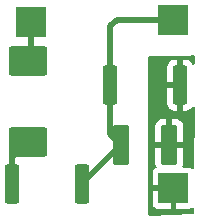
<source format=gbr>
%TF.GenerationSoftware,KiCad,Pcbnew,7.0.8*%
%TF.CreationDate,2023-12-15T10:12:50-05:00*%
%TF.ProjectId,g1 crymax lite,67312063-7279-46d6-9178-206c6974652e,rev?*%
%TF.SameCoordinates,Original*%
%TF.FileFunction,Copper,L1,Top*%
%TF.FilePolarity,Positive*%
%FSLAX46Y46*%
G04 Gerber Fmt 4.6, Leading zero omitted, Abs format (unit mm)*
G04 Created by KiCad (PCBNEW 7.0.8) date 2023-12-15 10:12:50*
%MOMM*%
%LPD*%
G01*
G04 APERTURE LIST*
G04 Aperture macros list*
%AMRoundRect*
0 Rectangle with rounded corners*
0 $1 Rounding radius*
0 $2 $3 $4 $5 $6 $7 $8 $9 X,Y pos of 4 corners*
0 Add a 4 corners polygon primitive as box body*
4,1,4,$2,$3,$4,$5,$6,$7,$8,$9,$2,$3,0*
0 Add four circle primitives for the rounded corners*
1,1,$1+$1,$2,$3*
1,1,$1+$1,$4,$5*
1,1,$1+$1,$6,$7*
1,1,$1+$1,$8,$9*
0 Add four rect primitives between the rounded corners*
20,1,$1+$1,$2,$3,$4,$5,0*
20,1,$1+$1,$4,$5,$6,$7,0*
20,1,$1+$1,$6,$7,$8,$9,0*
20,1,$1+$1,$8,$9,$2,$3,0*%
G04 Aperture macros list end*
%TA.AperFunction,SMDPad,CuDef*%
%ADD10RoundRect,0.250000X-0.362500X-1.425000X0.362500X-1.425000X0.362500X1.425000X-0.362500X1.425000X0*%
%TD*%
%TA.AperFunction,SMDPad,CuDef*%
%ADD11RoundRect,0.249999X0.450001X1.450001X-0.450001X1.450001X-0.450001X-1.450001X0.450001X-1.450001X0*%
%TD*%
%TA.AperFunction,SMDPad,CuDef*%
%ADD12RoundRect,0.250000X-1.400000X-1.000000X1.400000X-1.000000X1.400000X1.000000X-1.400000X1.000000X0*%
%TD*%
%TA.AperFunction,SMDPad,CuDef*%
%ADD13R,2.500000X2.500000*%
%TD*%
%TA.AperFunction,Conductor*%
%ADD14C,0.500000*%
%TD*%
G04 APERTURE END LIST*
D10*
%TO.P,R3,2*%
%TO.N,GND*%
X37236500Y-19468800D03*
%TO.P,R3,1*%
%TO.N,Net-(C1-Pad2)*%
X31311500Y-19468800D03*
%TD*%
D11*
%TO.P,C1,1*%
%TO.N,GND*%
X36306000Y-24498000D03*
%TO.P,C1,2*%
%TO.N,Net-(C1-Pad2)*%
X32206000Y-24498000D03*
%TD*%
D10*
%TO.P,R4,2*%
%TO.N,Net-(C1-Pad2)*%
X28922000Y-27800000D03*
%TO.P,R4,1*%
%TO.N,Net-(D1-A)*%
X22997000Y-27800000D03*
%TD*%
D12*
%TO.P,D1,1,K*%
%TO.N,Net-(D1-K)*%
X24350000Y-17440400D03*
%TO.P,D1,2,A*%
%TO.N,Net-(D1-A)*%
X24350000Y-24240400D03*
%TD*%
D13*
%TO.P,VNEG,1,1*%
%TO.N,Net-(D1-K)*%
X24604000Y-14134800D03*
%TD*%
%TO.P,GND,1,1*%
%TO.N,GND*%
X36661600Y-28206400D03*
%TD*%
%TO.P,G1,1,1*%
%TO.N,Net-(C1-Pad2)*%
X36661600Y-13931600D03*
%TD*%
D14*
%TO.N,Net-(C1-Pad2)*%
X31311500Y-19468800D02*
X31311500Y-14488500D01*
X31311500Y-14488500D02*
X31868400Y-13931600D01*
X31868400Y-13931600D02*
X36661600Y-13931600D01*
%TO.N,Net-(D1-A)*%
X23029200Y-27767800D02*
X22997000Y-27800000D01*
X24350000Y-24240400D02*
X23029200Y-25561200D01*
X23029200Y-25561200D02*
X23029200Y-27767800D01*
%TO.N,Net-(C1-Pad2)*%
X31309600Y-19470700D02*
X31311500Y-19468800D01*
X31309600Y-23601600D02*
X31309600Y-19470700D01*
X28922000Y-27782000D02*
X32206000Y-24498000D01*
X32206000Y-24498000D02*
X31309600Y-23601600D01*
X28922000Y-27800000D02*
X28922000Y-27782000D01*
%TO.N,Net-(D1-K)*%
X24604000Y-14134800D02*
X24604000Y-17440400D01*
%TD*%
%TA.AperFunction,Conductor*%
%TO.N,GND*%
G36*
X38414939Y-16948485D02*
G01*
X38460694Y-17001289D01*
X38471900Y-17052800D01*
X38471900Y-17061300D01*
X38469903Y-17590347D01*
X38449966Y-17657312D01*
X38396989Y-17702867D01*
X38327794Y-17712549D01*
X38264348Y-17683285D01*
X38240365Y-17654976D01*
X38191315Y-17575454D01*
X38067345Y-17451484D01*
X37918124Y-17359443D01*
X37918119Y-17359441D01*
X37751697Y-17304294D01*
X37751690Y-17304293D01*
X37648986Y-17293800D01*
X37486500Y-17293800D01*
X37486500Y-21643799D01*
X37648972Y-21643799D01*
X37648986Y-21643798D01*
X37751697Y-21633305D01*
X37918119Y-21578158D01*
X37918124Y-21578156D01*
X38067345Y-21486115D01*
X38191316Y-21362144D01*
X38226096Y-21305756D01*
X38278044Y-21259030D01*
X38347006Y-21247807D01*
X38411089Y-21275650D01*
X38449946Y-21333718D01*
X38455635Y-21371319D01*
X38436367Y-26477406D01*
X38416430Y-26544371D01*
X38363453Y-26589926D01*
X38294258Y-26599608D01*
X38238057Y-26576205D01*
X38153688Y-26513046D01*
X38153686Y-26513045D01*
X38018979Y-26462803D01*
X38018972Y-26462801D01*
X37959444Y-26456400D01*
X37545786Y-26456400D01*
X37478747Y-26436715D01*
X37432992Y-26383911D01*
X37423048Y-26314753D01*
X37437847Y-26273922D01*
X37437305Y-26273670D01*
X37440152Y-26267563D01*
X37440246Y-26267305D01*
X37440355Y-26267126D01*
X37440359Y-26267119D01*
X37495505Y-26100697D01*
X37505999Y-25997986D01*
X37506000Y-25997973D01*
X37506000Y-24748000D01*
X35106001Y-24748000D01*
X35106001Y-25997986D01*
X35116494Y-26100696D01*
X35116494Y-26100698D01*
X35171640Y-26267119D01*
X35171642Y-26267124D01*
X35215941Y-26338943D01*
X35234381Y-26406336D01*
X35213458Y-26472999D01*
X35176142Y-26507105D01*
X35176611Y-26507731D01*
X35170240Y-26512499D01*
X35169839Y-26512867D01*
X35169510Y-26513046D01*
X35054412Y-26599209D01*
X35054409Y-26599212D01*
X34968249Y-26714306D01*
X34968245Y-26714313D01*
X34918003Y-26849020D01*
X34918001Y-26849027D01*
X34911600Y-26908555D01*
X34911600Y-27956400D01*
X36787600Y-27956400D01*
X36854639Y-27976085D01*
X36900394Y-28028889D01*
X36911600Y-28080400D01*
X36911600Y-29956400D01*
X37959428Y-29956400D01*
X37959444Y-29956399D01*
X38018972Y-29949998D01*
X38018979Y-29949996D01*
X38153686Y-29899754D01*
X38153693Y-29899750D01*
X38224968Y-29846394D01*
X38290432Y-29821976D01*
X38358705Y-29836827D01*
X38408111Y-29886232D01*
X38423278Y-29946128D01*
X38422051Y-30271213D01*
X38402114Y-30338178D01*
X38349137Y-30383733D01*
X38302076Y-30394680D01*
X34638024Y-30513643D01*
X34570381Y-30496144D01*
X34522937Y-30444853D01*
X34510000Y-30389708D01*
X34510000Y-28456400D01*
X34911600Y-28456400D01*
X34911600Y-29504244D01*
X34918001Y-29563772D01*
X34918003Y-29563779D01*
X34968245Y-29698486D01*
X34968249Y-29698493D01*
X35054409Y-29813587D01*
X35054412Y-29813590D01*
X35169506Y-29899750D01*
X35169513Y-29899754D01*
X35304220Y-29949996D01*
X35304227Y-29949998D01*
X35363755Y-29956399D01*
X35363772Y-29956400D01*
X36411600Y-29956400D01*
X36411600Y-28456400D01*
X34911600Y-28456400D01*
X34510000Y-28456400D01*
X34510000Y-24248000D01*
X35106000Y-24248000D01*
X36056000Y-24248000D01*
X36056000Y-22298000D01*
X36556000Y-22298000D01*
X36556000Y-24248000D01*
X37505999Y-24248000D01*
X37505999Y-22998028D01*
X37505998Y-22998013D01*
X37495505Y-22895303D01*
X37495505Y-22895301D01*
X37440359Y-22728880D01*
X37440354Y-22728869D01*
X37348319Y-22579659D01*
X37348316Y-22579655D01*
X37224344Y-22455683D01*
X37224340Y-22455680D01*
X37075130Y-22363645D01*
X37075119Y-22363640D01*
X36908697Y-22308494D01*
X36805986Y-22298000D01*
X36556000Y-22298000D01*
X36056000Y-22298000D01*
X35806029Y-22298000D01*
X35806012Y-22298001D01*
X35703303Y-22308494D01*
X35703301Y-22308494D01*
X35536880Y-22363640D01*
X35536869Y-22363645D01*
X35387659Y-22455680D01*
X35387655Y-22455683D01*
X35263683Y-22579655D01*
X35263680Y-22579659D01*
X35171645Y-22728869D01*
X35171640Y-22728880D01*
X35116494Y-22895302D01*
X35106000Y-22998013D01*
X35106000Y-24248000D01*
X34510000Y-24248000D01*
X34510000Y-19718800D01*
X36124001Y-19718800D01*
X36124001Y-20943786D01*
X36134494Y-21046497D01*
X36189641Y-21212919D01*
X36189643Y-21212924D01*
X36281684Y-21362145D01*
X36405654Y-21486115D01*
X36554875Y-21578156D01*
X36554880Y-21578158D01*
X36721302Y-21633305D01*
X36721309Y-21633306D01*
X36824019Y-21643799D01*
X36986499Y-21643799D01*
X36986500Y-21643798D01*
X36986500Y-19718800D01*
X36124001Y-19718800D01*
X34510000Y-19718800D01*
X34510000Y-19218800D01*
X36124000Y-19218800D01*
X36986500Y-19218800D01*
X36986500Y-17293800D01*
X36824029Y-17293800D01*
X36824012Y-17293801D01*
X36721302Y-17304294D01*
X36554880Y-17359441D01*
X36554875Y-17359443D01*
X36405654Y-17451484D01*
X36281684Y-17575454D01*
X36189643Y-17724675D01*
X36189641Y-17724680D01*
X36134494Y-17891102D01*
X36134493Y-17891109D01*
X36124000Y-17993813D01*
X36124000Y-19218800D01*
X34510000Y-19218800D01*
X34510000Y-17129500D01*
X34529685Y-17062461D01*
X34582489Y-17016706D01*
X34634000Y-17005500D01*
X38041240Y-17005500D01*
X38041383Y-17005528D01*
X38041384Y-17005524D01*
X38065997Y-17005539D01*
X38066000Y-17005541D01*
X38066383Y-17005383D01*
X38066383Y-17005381D01*
X38066750Y-17005015D01*
X38110045Y-16951079D01*
X38176297Y-16928888D01*
X38180959Y-16928800D01*
X38347900Y-16928800D01*
X38414939Y-16948485D01*
G37*
%TD.AperFunction*%
%TD*%
M02*

</source>
